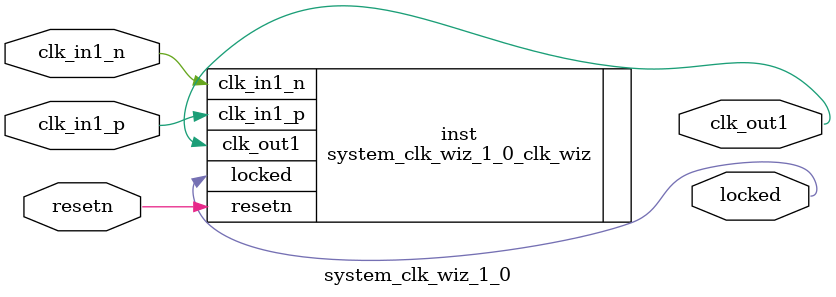
<source format=v>


`timescale 1ps/1ps

(* CORE_GENERATION_INFO = "system_clk_wiz_1_0,clk_wiz_v6_0_5_0_0,{component_name=system_clk_wiz_1_0,use_phase_alignment=true,use_min_o_jitter=false,use_max_i_jitter=false,use_dyn_phase_shift=false,use_inclk_switchover=false,use_dyn_reconfig=false,enable_axi=0,feedback_source=FDBK_AUTO,PRIMITIVE=MMCM,num_out_clk=1,clkin1_period=5.000,clkin2_period=10.0,use_power_down=false,use_reset=true,use_locked=true,use_inclk_stopped=false,feedback_type=SINGLE,CLOCK_MGR_TYPE=NA,manual_override=false}" *)

module system_clk_wiz_1_0 
 (
  // Clock out ports
  output        clk_out1,
  // Status and control signals
  input         resetn,
  output        locked,
 // Clock in ports
  input         clk_in1_p,
  input         clk_in1_n
 );

  system_clk_wiz_1_0_clk_wiz inst
  (
  // Clock out ports  
  .clk_out1(clk_out1),
  // Status and control signals               
  .resetn(resetn), 
  .locked(locked),
 // Clock in ports
  .clk_in1_p(clk_in1_p),
  .clk_in1_n(clk_in1_n)
  );

endmodule

</source>
